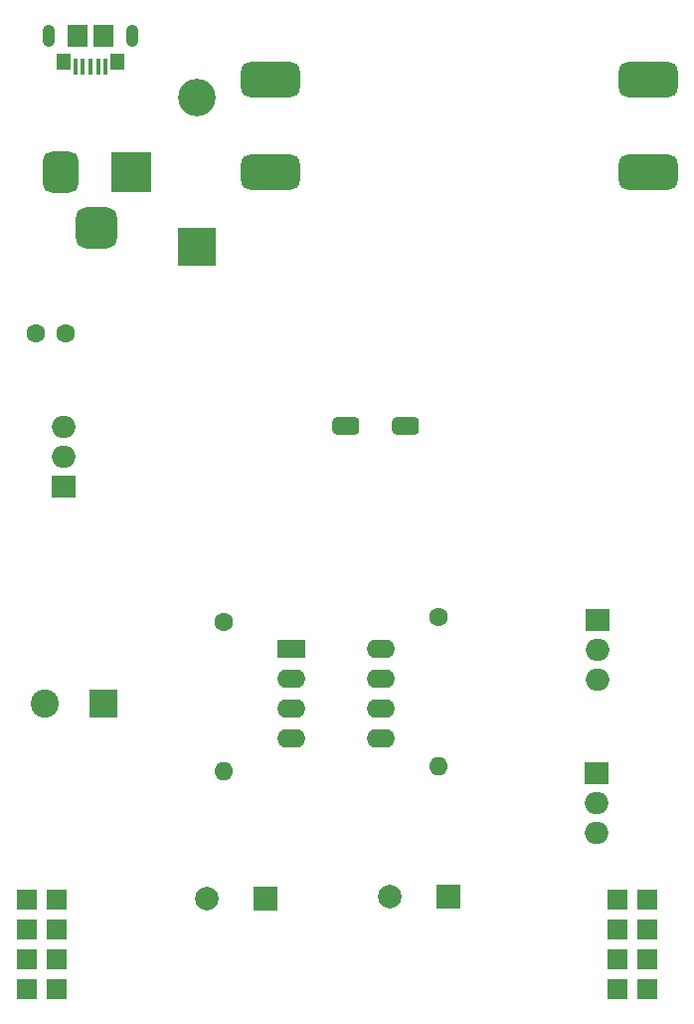
<source format=gbr>
%TF.GenerationSoftware,KiCad,Pcbnew,(6.0.8)*%
%TF.CreationDate,2022-10-21T20:47:53+05:30*%
%TF.ProjectId,Dual Rail Supply For Breadboard,4475616c-2052-4616-996c-20537570706c,rev?*%
%TF.SameCoordinates,Original*%
%TF.FileFunction,Soldermask,Top*%
%TF.FilePolarity,Negative*%
%FSLAX46Y46*%
G04 Gerber Fmt 4.6, Leading zero omitted, Abs format (unit mm)*
G04 Created by KiCad (PCBNEW (6.0.8)) date 2022-10-21 20:47:53*
%MOMM*%
%LPD*%
G01*
G04 APERTURE LIST*
G04 Aperture macros list*
%AMRoundRect*
0 Rectangle with rounded corners*
0 $1 Rounding radius*
0 $2 $3 $4 $5 $6 $7 $8 $9 X,Y pos of 4 corners*
0 Add a 4 corners polygon primitive as box body*
4,1,4,$2,$3,$4,$5,$6,$7,$8,$9,$2,$3,0*
0 Add four circle primitives for the rounded corners*
1,1,$1+$1,$2,$3*
1,1,$1+$1,$4,$5*
1,1,$1+$1,$6,$7*
1,1,$1+$1,$8,$9*
0 Add four rect primitives between the rounded corners*
20,1,$1+$1,$2,$3,$4,$5,0*
20,1,$1+$1,$4,$5,$6,$7,0*
20,1,$1+$1,$6,$7,$8,$9,0*
20,1,$1+$1,$8,$9,$2,$3,0*%
G04 Aperture macros list end*
%ADD10R,1.700000X1.700000*%
%ADD11R,0.400000X1.400000*%
%ADD12R,1.750000X1.900000*%
%ADD13O,1.050000X1.900000*%
%ADD14R,1.150000X1.450000*%
%ADD15RoundRect,0.381000X-0.762000X-0.381000X0.762000X-0.381000X0.762000X0.381000X-0.762000X0.381000X0*%
%ADD16RoundRect,0.750000X-1.750000X0.750000X-1.750000X-0.750000X1.750000X-0.750000X1.750000X0.750000X0*%
%ADD17C,1.600000*%
%ADD18R,2.000000X2.000000*%
%ADD19C,2.000000*%
%ADD20R,3.200000X3.200000*%
%ADD21O,3.200000X3.200000*%
%ADD22R,2.000000X1.905000*%
%ADD23O,2.000000X1.905000*%
%ADD24R,2.400000X2.400000*%
%ADD25C,2.400000*%
%ADD26R,2.400000X1.600000*%
%ADD27O,2.400000X1.600000*%
%ADD28O,1.600000X1.600000*%
%ADD29R,3.500000X3.500000*%
%ADD30RoundRect,0.750000X-0.750000X-1.000000X0.750000X-1.000000X0.750000X1.000000X-0.750000X1.000000X0*%
%ADD31RoundRect,0.875000X-0.875000X-0.875000X0.875000X-0.875000X0.875000X0.875000X-0.875000X0.875000X0*%
G04 APERTURE END LIST*
D10*
%TO.C,J5*%
X139458000Y-123291600D03*
X141998000Y-123291600D03*
%TD*%
D11*
%TO.C,J10*%
X146200000Y-49850000D03*
X145550000Y-49850000D03*
X144900000Y-49850000D03*
X144250000Y-49850000D03*
X143600000Y-49850000D03*
D12*
X146025000Y-47200000D03*
D13*
X141325000Y-47200000D03*
X148475000Y-47200000D03*
D14*
X142580000Y-49430000D03*
D12*
X143775000Y-47200000D03*
D14*
X147220000Y-49430000D03*
%TD*%
D10*
%TO.C,J8*%
X189738000Y-128371600D03*
X192278000Y-128371600D03*
%TD*%
%TO.C,J6*%
X189738000Y-125831600D03*
X192278000Y-125831600D03*
%TD*%
D15*
%TO.C,U2*%
X166700200Y-80441800D03*
X171704000Y-80441800D03*
%TD*%
D16*
%TO.C,U1*%
X160232900Y-50912800D03*
X160232900Y-58786800D03*
X192443900Y-50912800D03*
X192443900Y-58786800D03*
%TD*%
D17*
%TO.C,C1*%
X140250000Y-72500000D03*
X142750000Y-72500000D03*
%TD*%
D18*
%TO.C,C3*%
X175367677Y-120500000D03*
D19*
X170367677Y-120500000D03*
%TD*%
D20*
%TO.C,D1*%
X154000000Y-65150000D03*
D21*
X154000000Y-52450000D03*
%TD*%
D22*
%TO.C,Q2*%
X188055000Y-96960000D03*
D23*
X188055000Y-99500000D03*
X188055000Y-102040000D03*
%TD*%
D24*
%TO.C,C2*%
X146000000Y-104000000D03*
D25*
X141000000Y-104000000D03*
%TD*%
D10*
%TO.C,J2*%
X189738000Y-120751600D03*
X192278000Y-120751600D03*
%TD*%
%TO.C,J9*%
X139458000Y-128371600D03*
X141998000Y-128371600D03*
%TD*%
D26*
%TO.C,U3*%
X161966600Y-99416000D03*
D27*
X161966600Y-101956000D03*
X161966600Y-104496000D03*
X161966600Y-107036000D03*
X169586600Y-107036000D03*
X169586600Y-104496000D03*
X169586600Y-101956000D03*
X169586600Y-99416000D03*
%TD*%
D10*
%TO.C,J4*%
X189738000Y-123291600D03*
X192278000Y-123291600D03*
%TD*%
%TO.C,J3*%
X139458000Y-120751600D03*
X141998000Y-120751600D03*
%TD*%
D22*
%TO.C,Q3*%
X188000000Y-110000000D03*
D23*
X188000000Y-112540000D03*
X188000000Y-115080000D03*
%TD*%
D18*
%TO.C,C4*%
X159767677Y-120600000D03*
D19*
X154767677Y-120600000D03*
%TD*%
D17*
%TO.C,R2*%
X156262800Y-97056400D03*
D28*
X156262800Y-109756400D03*
%TD*%
D22*
%TO.C,Q1*%
X142646400Y-85598000D03*
D23*
X142646400Y-83058000D03*
X142646400Y-80518000D03*
%TD*%
D17*
%TO.C,R1*%
X174500000Y-96650000D03*
D28*
X174500000Y-109350000D03*
%TD*%
D10*
%TO.C,J7*%
X139458000Y-125831600D03*
X141998000Y-125831600D03*
%TD*%
D29*
%TO.C,J1*%
X148400000Y-58842500D03*
D30*
X142400000Y-58842500D03*
D31*
X145400000Y-63542500D03*
%TD*%
M02*

</source>
